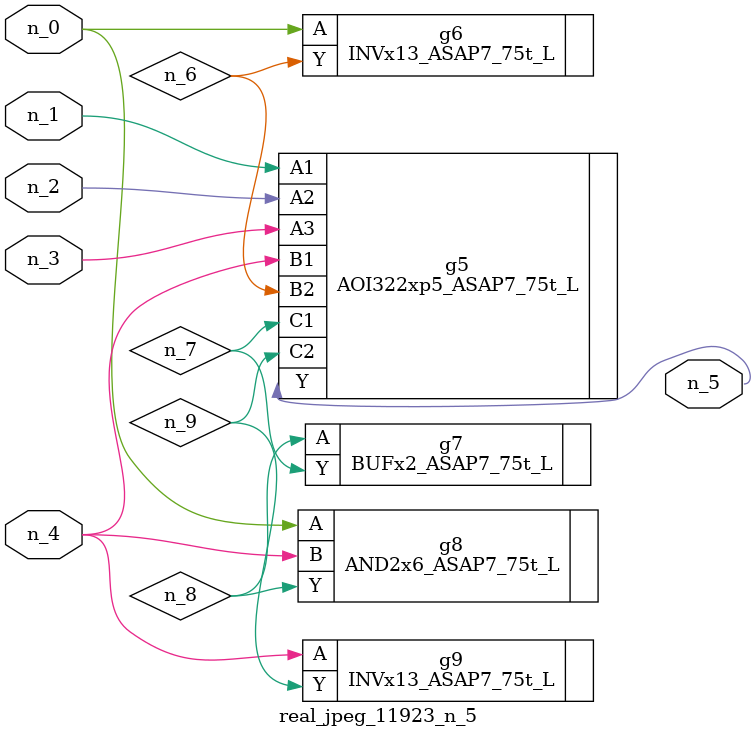
<source format=v>
module real_jpeg_11923_n_5 (n_4, n_0, n_1, n_2, n_3, n_5);

input n_4;
input n_0;
input n_1;
input n_2;
input n_3;

output n_5;

wire n_8;
wire n_6;
wire n_7;
wire n_9;

INVx13_ASAP7_75t_L g6 ( 
.A(n_0),
.Y(n_6)
);

AND2x6_ASAP7_75t_L g8 ( 
.A(n_0),
.B(n_4),
.Y(n_8)
);

AOI322xp5_ASAP7_75t_L g5 ( 
.A1(n_1),
.A2(n_2),
.A3(n_3),
.B1(n_4),
.B2(n_6),
.C1(n_7),
.C2(n_9),
.Y(n_5)
);

INVx13_ASAP7_75t_L g9 ( 
.A(n_4),
.Y(n_9)
);

BUFx2_ASAP7_75t_L g7 ( 
.A(n_8),
.Y(n_7)
);


endmodule
</source>
